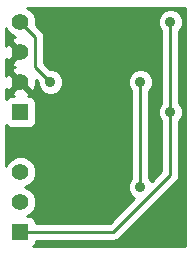
<source format=gbl>
G04 (created by PCBNEW (2013-07-07 BZR 4022)-stable) date 26/01/2015 11:31:51 AM*
%MOIN*%
G04 Gerber Fmt 3.4, Leading zero omitted, Abs format*
%FSLAX34Y34*%
G01*
G70*
G90*
G04 APERTURE LIST*
%ADD10C,0.00590551*%
%ADD11R,0.055X0.055*%
%ADD12C,0.055*%
%ADD13C,0.035*%
%ADD14C,0.01*%
G04 APERTURE END LIST*
G54D10*
G54D11*
X8800Y-10300D03*
G54D12*
X8800Y-9300D03*
X8800Y-8300D03*
X8800Y-7300D03*
G54D11*
X8800Y-14300D03*
G54D12*
X8800Y-13300D03*
X8800Y-12300D03*
G54D13*
X9800Y-9300D03*
X9700Y-10800D03*
X12100Y-10900D03*
X12800Y-9300D03*
X12800Y-12800D03*
X13800Y-7300D03*
X13800Y-10300D03*
G54D14*
X8800Y-7300D02*
X9300Y-7800D01*
X9300Y-8800D02*
X9800Y-9300D01*
X9300Y-7800D02*
X9300Y-8800D01*
X12000Y-10800D02*
X9700Y-10800D01*
X12100Y-10900D02*
X12000Y-10800D01*
X12800Y-12800D02*
X12800Y-9300D01*
X13800Y-10300D02*
X13800Y-12400D01*
X11900Y-14300D02*
X8800Y-14300D01*
X13800Y-12400D02*
X11900Y-14300D01*
X13800Y-10300D02*
X13800Y-7300D01*
G54D10*
G36*
X14280Y-14780D02*
X9223Y-14780D01*
X9286Y-14716D01*
X9324Y-14624D01*
X9324Y-14600D01*
X11900Y-14600D01*
X11900Y-14599D01*
X12014Y-14577D01*
X12014Y-14577D01*
X12112Y-14512D01*
X14012Y-12612D01*
X14012Y-12612D01*
X14077Y-12514D01*
X14099Y-12400D01*
X14100Y-12400D01*
X14100Y-10601D01*
X14160Y-10541D01*
X14224Y-10384D01*
X14225Y-10215D01*
X14160Y-10059D01*
X14100Y-9998D01*
X14100Y-7601D01*
X14160Y-7541D01*
X14224Y-7384D01*
X14225Y-7215D01*
X14160Y-7059D01*
X14041Y-6939D01*
X13884Y-6875D01*
X13715Y-6874D01*
X13559Y-6939D01*
X13439Y-7058D01*
X13375Y-7215D01*
X13374Y-7384D01*
X13439Y-7540D01*
X13500Y-7601D01*
X13500Y-9998D01*
X13439Y-10058D01*
X13375Y-10215D01*
X13374Y-10384D01*
X13439Y-10540D01*
X13500Y-10601D01*
X13500Y-12275D01*
X13176Y-12598D01*
X13160Y-12559D01*
X13100Y-12498D01*
X13100Y-9601D01*
X13160Y-9541D01*
X13224Y-9384D01*
X13225Y-9215D01*
X13160Y-9059D01*
X13041Y-8939D01*
X12884Y-8875D01*
X12715Y-8874D01*
X12559Y-8939D01*
X12439Y-9058D01*
X12375Y-9215D01*
X12374Y-9384D01*
X12439Y-9540D01*
X12500Y-9601D01*
X12500Y-12498D01*
X12439Y-12558D01*
X12375Y-12715D01*
X12374Y-12884D01*
X12439Y-13040D01*
X12558Y-13160D01*
X12599Y-13176D01*
X11775Y-14000D01*
X9325Y-14000D01*
X9325Y-13975D01*
X9287Y-13883D01*
X9216Y-13813D01*
X9124Y-13775D01*
X9025Y-13774D01*
X9025Y-13774D01*
X9097Y-13745D01*
X9244Y-13597D01*
X9324Y-13404D01*
X9325Y-13196D01*
X9245Y-13003D01*
X9097Y-12855D01*
X8964Y-12799D01*
X9097Y-12745D01*
X9244Y-12597D01*
X9324Y-12404D01*
X9325Y-12196D01*
X9245Y-12003D01*
X9097Y-11855D01*
X8904Y-11775D01*
X8696Y-11774D01*
X8503Y-11854D01*
X8355Y-12002D01*
X8319Y-12087D01*
X8319Y-10723D01*
X8383Y-10786D01*
X8475Y-10824D01*
X8574Y-10825D01*
X9124Y-10825D01*
X9216Y-10787D01*
X9286Y-10716D01*
X9324Y-10624D01*
X9325Y-10525D01*
X9325Y-9975D01*
X9287Y-9883D01*
X9216Y-9813D01*
X9124Y-9775D01*
X9037Y-9774D01*
X9072Y-9760D01*
X9097Y-9667D01*
X8800Y-9370D01*
X8502Y-9667D01*
X8527Y-9760D01*
X8568Y-9774D01*
X8475Y-9774D01*
X8383Y-9812D01*
X8319Y-9876D01*
X8319Y-9525D01*
X8339Y-9572D01*
X8432Y-9597D01*
X8729Y-9300D01*
X8432Y-9002D01*
X8339Y-9027D01*
X8319Y-9083D01*
X8319Y-8525D01*
X8339Y-8572D01*
X8432Y-8597D01*
X8729Y-8300D01*
X8432Y-8002D01*
X8339Y-8027D01*
X8319Y-8083D01*
X8319Y-7512D01*
X8354Y-7597D01*
X8502Y-7744D01*
X8628Y-7797D01*
X8527Y-7839D01*
X8502Y-7932D01*
X8800Y-8229D01*
X8805Y-8223D01*
X8876Y-8294D01*
X8870Y-8300D01*
X8876Y-8305D01*
X8805Y-8376D01*
X8800Y-8370D01*
X8502Y-8667D01*
X8527Y-8760D01*
X8630Y-8796D01*
X8527Y-8839D01*
X8502Y-8932D01*
X8800Y-9229D01*
X8805Y-9223D01*
X8876Y-9294D01*
X8870Y-9300D01*
X9167Y-9597D01*
X9260Y-9572D01*
X9329Y-9375D01*
X9322Y-9247D01*
X9375Y-9299D01*
X9374Y-9384D01*
X9439Y-9540D01*
X9558Y-9660D01*
X9715Y-9724D01*
X9884Y-9725D01*
X10040Y-9660D01*
X10160Y-9541D01*
X10224Y-9384D01*
X10225Y-9215D01*
X10160Y-9059D01*
X10041Y-8939D01*
X9884Y-8875D01*
X9799Y-8874D01*
X9600Y-8675D01*
X9600Y-7800D01*
X9577Y-7685D01*
X9512Y-7587D01*
X9512Y-7587D01*
X9324Y-7400D01*
X9325Y-7196D01*
X9245Y-7003D01*
X9097Y-6855D01*
X9012Y-6819D01*
X14280Y-6819D01*
X14280Y-14780D01*
X14280Y-14780D01*
G37*
G54D14*
X14280Y-14780D02*
X9223Y-14780D01*
X9286Y-14716D01*
X9324Y-14624D01*
X9324Y-14600D01*
X11900Y-14600D01*
X11900Y-14599D01*
X12014Y-14577D01*
X12014Y-14577D01*
X12112Y-14512D01*
X14012Y-12612D01*
X14012Y-12612D01*
X14077Y-12514D01*
X14099Y-12400D01*
X14100Y-12400D01*
X14100Y-10601D01*
X14160Y-10541D01*
X14224Y-10384D01*
X14225Y-10215D01*
X14160Y-10059D01*
X14100Y-9998D01*
X14100Y-7601D01*
X14160Y-7541D01*
X14224Y-7384D01*
X14225Y-7215D01*
X14160Y-7059D01*
X14041Y-6939D01*
X13884Y-6875D01*
X13715Y-6874D01*
X13559Y-6939D01*
X13439Y-7058D01*
X13375Y-7215D01*
X13374Y-7384D01*
X13439Y-7540D01*
X13500Y-7601D01*
X13500Y-9998D01*
X13439Y-10058D01*
X13375Y-10215D01*
X13374Y-10384D01*
X13439Y-10540D01*
X13500Y-10601D01*
X13500Y-12275D01*
X13176Y-12598D01*
X13160Y-12559D01*
X13100Y-12498D01*
X13100Y-9601D01*
X13160Y-9541D01*
X13224Y-9384D01*
X13225Y-9215D01*
X13160Y-9059D01*
X13041Y-8939D01*
X12884Y-8875D01*
X12715Y-8874D01*
X12559Y-8939D01*
X12439Y-9058D01*
X12375Y-9215D01*
X12374Y-9384D01*
X12439Y-9540D01*
X12500Y-9601D01*
X12500Y-12498D01*
X12439Y-12558D01*
X12375Y-12715D01*
X12374Y-12884D01*
X12439Y-13040D01*
X12558Y-13160D01*
X12599Y-13176D01*
X11775Y-14000D01*
X9325Y-14000D01*
X9325Y-13975D01*
X9287Y-13883D01*
X9216Y-13813D01*
X9124Y-13775D01*
X9025Y-13774D01*
X9025Y-13774D01*
X9097Y-13745D01*
X9244Y-13597D01*
X9324Y-13404D01*
X9325Y-13196D01*
X9245Y-13003D01*
X9097Y-12855D01*
X8964Y-12799D01*
X9097Y-12745D01*
X9244Y-12597D01*
X9324Y-12404D01*
X9325Y-12196D01*
X9245Y-12003D01*
X9097Y-11855D01*
X8904Y-11775D01*
X8696Y-11774D01*
X8503Y-11854D01*
X8355Y-12002D01*
X8319Y-12087D01*
X8319Y-10723D01*
X8383Y-10786D01*
X8475Y-10824D01*
X8574Y-10825D01*
X9124Y-10825D01*
X9216Y-10787D01*
X9286Y-10716D01*
X9324Y-10624D01*
X9325Y-10525D01*
X9325Y-9975D01*
X9287Y-9883D01*
X9216Y-9813D01*
X9124Y-9775D01*
X9037Y-9774D01*
X9072Y-9760D01*
X9097Y-9667D01*
X8800Y-9370D01*
X8502Y-9667D01*
X8527Y-9760D01*
X8568Y-9774D01*
X8475Y-9774D01*
X8383Y-9812D01*
X8319Y-9876D01*
X8319Y-9525D01*
X8339Y-9572D01*
X8432Y-9597D01*
X8729Y-9300D01*
X8432Y-9002D01*
X8339Y-9027D01*
X8319Y-9083D01*
X8319Y-8525D01*
X8339Y-8572D01*
X8432Y-8597D01*
X8729Y-8300D01*
X8432Y-8002D01*
X8339Y-8027D01*
X8319Y-8083D01*
X8319Y-7512D01*
X8354Y-7597D01*
X8502Y-7744D01*
X8628Y-7797D01*
X8527Y-7839D01*
X8502Y-7932D01*
X8800Y-8229D01*
X8805Y-8223D01*
X8876Y-8294D01*
X8870Y-8300D01*
X8876Y-8305D01*
X8805Y-8376D01*
X8800Y-8370D01*
X8502Y-8667D01*
X8527Y-8760D01*
X8630Y-8796D01*
X8527Y-8839D01*
X8502Y-8932D01*
X8800Y-9229D01*
X8805Y-9223D01*
X8876Y-9294D01*
X8870Y-9300D01*
X9167Y-9597D01*
X9260Y-9572D01*
X9329Y-9375D01*
X9322Y-9247D01*
X9375Y-9299D01*
X9374Y-9384D01*
X9439Y-9540D01*
X9558Y-9660D01*
X9715Y-9724D01*
X9884Y-9725D01*
X10040Y-9660D01*
X10160Y-9541D01*
X10224Y-9384D01*
X10225Y-9215D01*
X10160Y-9059D01*
X10041Y-8939D01*
X9884Y-8875D01*
X9799Y-8874D01*
X9600Y-8675D01*
X9600Y-7800D01*
X9577Y-7685D01*
X9512Y-7587D01*
X9512Y-7587D01*
X9324Y-7400D01*
X9325Y-7196D01*
X9245Y-7003D01*
X9097Y-6855D01*
X9012Y-6819D01*
X14280Y-6819D01*
X14280Y-14780D01*
M02*

</source>
